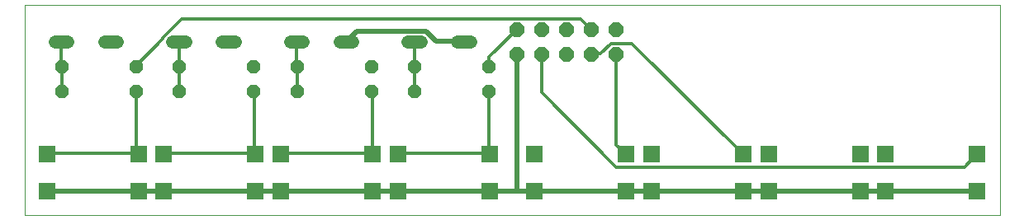
<source format=gtl>
G75*
%MOIN*%
%OFA0B0*%
%FSLAX25Y25*%
%IPPOS*%
%LPD*%
%AMOC8*
5,1,8,0,0,1.08239X$1,22.5*
%
%ADD10C,0.00000*%
%ADD11C,0.05200*%
%ADD12OC8,0.06000*%
%ADD13OC8,0.05200*%
%ADD14R,0.07087X0.07087*%
%ADD15C,0.01200*%
%ADD16C,0.02000*%
D10*
X0001000Y0001250D02*
X0001000Y0086211D01*
X0394701Y0086211D01*
X0394701Y0001250D01*
X0001000Y0001250D01*
D11*
X0013400Y0071250D02*
X0018600Y0071250D01*
X0033400Y0071250D02*
X0038600Y0071250D01*
X0060900Y0071250D02*
X0066100Y0071250D01*
X0080900Y0071250D02*
X0086100Y0071250D01*
X0108400Y0071250D02*
X0113600Y0071250D01*
X0128400Y0071250D02*
X0133600Y0071250D01*
X0155900Y0071250D02*
X0161100Y0071250D01*
X0175900Y0071250D02*
X0181100Y0071250D01*
D12*
X0199701Y0066250D03*
X0209701Y0066250D03*
X0219701Y0066250D03*
X0229701Y0066250D03*
X0239701Y0066250D03*
X0239701Y0076250D03*
X0229701Y0076250D03*
X0219701Y0076250D03*
X0209701Y0076250D03*
X0199701Y0076250D03*
D13*
X0188500Y0061250D03*
X0158500Y0061250D03*
X0141000Y0061250D03*
X0111000Y0061250D03*
X0093500Y0061250D03*
X0063500Y0061250D03*
X0046000Y0061250D03*
X0016000Y0061250D03*
X0016000Y0051250D03*
X0046000Y0051250D03*
X0063500Y0051250D03*
X0093500Y0051250D03*
X0111000Y0051250D03*
X0141000Y0051250D03*
X0158500Y0051250D03*
X0188500Y0051250D03*
D14*
X0188795Y0025659D03*
X0206906Y0025659D03*
X0243913Y0025659D03*
X0254150Y0025659D03*
X0291157Y0025659D03*
X0301394Y0025659D03*
X0338402Y0025659D03*
X0348638Y0025659D03*
X0385646Y0025659D03*
X0385646Y0010699D03*
X0348638Y0010699D03*
X0338402Y0010699D03*
X0301394Y0010699D03*
X0291157Y0010699D03*
X0254150Y0010699D03*
X0243913Y0010699D03*
X0206906Y0010699D03*
X0188795Y0010699D03*
X0151787Y0010699D03*
X0141551Y0010699D03*
X0104543Y0010699D03*
X0094307Y0010699D03*
X0057299Y0010699D03*
X0047063Y0010699D03*
X0010055Y0010699D03*
X0010055Y0025659D03*
X0047063Y0025659D03*
X0057299Y0025659D03*
X0094307Y0025659D03*
X0104543Y0025659D03*
X0141551Y0025659D03*
X0151787Y0025659D03*
D15*
X0152200Y0026000D01*
X0188200Y0026000D01*
X0188795Y0025659D01*
X0188650Y0026000D01*
X0188650Y0051200D01*
X0188500Y0051250D01*
X0209800Y0050750D02*
X0239950Y0020600D01*
X0380350Y0020600D01*
X0385300Y0025550D01*
X0385646Y0025659D01*
X0291157Y0025659D02*
X0290800Y0026000D01*
X0246250Y0070550D01*
X0237700Y0070550D01*
X0233650Y0066500D01*
X0230050Y0066500D01*
X0229701Y0066250D01*
X0239701Y0066250D02*
X0239950Y0066050D01*
X0239950Y0029600D01*
X0243550Y0026000D01*
X0243913Y0025659D01*
X0141551Y0025659D02*
X0140950Y0026000D01*
X0104950Y0026000D01*
X0104543Y0025659D01*
X0094307Y0025659D02*
X0093700Y0026000D01*
X0057700Y0026000D01*
X0057299Y0025659D01*
X0047063Y0025659D02*
X0045550Y0026900D01*
X0044650Y0026000D01*
X0010450Y0026000D01*
X0010055Y0025659D01*
X0046000Y0026900D02*
X0046900Y0026000D01*
X0047063Y0025659D01*
X0046000Y0026900D02*
X0046000Y0051250D01*
X0063500Y0051250D02*
X0063550Y0051650D01*
X0063550Y0061100D01*
X0063500Y0061250D01*
X0063550Y0061550D01*
X0063550Y0071000D01*
X0063500Y0071250D01*
X0056800Y0072350D02*
X0056800Y0072800D01*
X0064450Y0080450D01*
X0225550Y0080450D01*
X0229600Y0076400D01*
X0229701Y0076250D01*
X0199701Y0076250D02*
X0199450Y0075950D01*
X0188650Y0065150D01*
X0188650Y0061550D01*
X0188500Y0061250D01*
X0209701Y0066250D02*
X0209800Y0066050D01*
X0209800Y0050750D01*
X0158500Y0051250D02*
X0158500Y0061250D01*
X0158500Y0071250D01*
X0111000Y0071250D02*
X0110800Y0071000D01*
X0110800Y0061550D01*
X0111000Y0061250D01*
X0111250Y0061100D01*
X0111250Y0051650D01*
X0111000Y0051250D01*
X0093700Y0051200D02*
X0093500Y0051250D01*
X0093700Y0051200D02*
X0093700Y0026450D01*
X0094150Y0026000D01*
X0094307Y0025659D01*
X0141400Y0026000D02*
X0141551Y0025659D01*
X0141400Y0026000D02*
X0141400Y0051200D01*
X0141000Y0051250D01*
X0056800Y0072350D02*
X0046000Y0061550D01*
X0046000Y0061250D01*
X0016300Y0061100D02*
X0016000Y0061250D01*
X0015850Y0061550D01*
X0015850Y0071000D01*
X0016000Y0071250D01*
X0016300Y0061100D02*
X0016300Y0051650D01*
X0016000Y0051250D01*
D16*
X0131000Y0071250D02*
X0131050Y0071450D01*
X0135100Y0075500D01*
X0163000Y0075500D01*
X0167050Y0071450D01*
X0178300Y0071450D01*
X0178500Y0071250D01*
X0199701Y0066250D02*
X0199900Y0066050D01*
X0199900Y0010700D01*
X0189100Y0010700D01*
X0188795Y0010699D01*
X0188200Y0010700D01*
X0152650Y0010700D01*
X0151787Y0010699D01*
X0151750Y0010700D01*
X0141850Y0010700D01*
X0141551Y0010699D01*
X0140950Y0010700D01*
X0105400Y0010700D01*
X0104543Y0010699D01*
X0104500Y0010700D01*
X0094600Y0010700D01*
X0094307Y0010699D01*
X0093700Y0010700D01*
X0058150Y0010700D01*
X0057299Y0010699D01*
X0057250Y0010700D01*
X0047800Y0010700D01*
X0047063Y0010699D01*
X0046900Y0010700D01*
X0010450Y0010700D01*
X0010055Y0010699D01*
X0199900Y0010700D02*
X0206650Y0010700D01*
X0206906Y0010699D01*
X0207550Y0010700D01*
X0243100Y0010700D01*
X0243913Y0010699D01*
X0244000Y0010700D01*
X0253900Y0010700D01*
X0254150Y0010699D01*
X0254800Y0010700D01*
X0290350Y0010700D01*
X0291157Y0010699D01*
X0291250Y0010700D01*
X0301150Y0010700D01*
X0301394Y0010699D01*
X0302050Y0010700D01*
X0337600Y0010700D01*
X0338402Y0010699D01*
X0338500Y0010700D01*
X0348400Y0010700D01*
X0348638Y0010699D01*
X0349300Y0010700D01*
X0385300Y0010700D01*
X0385646Y0010699D01*
M02*

</source>
